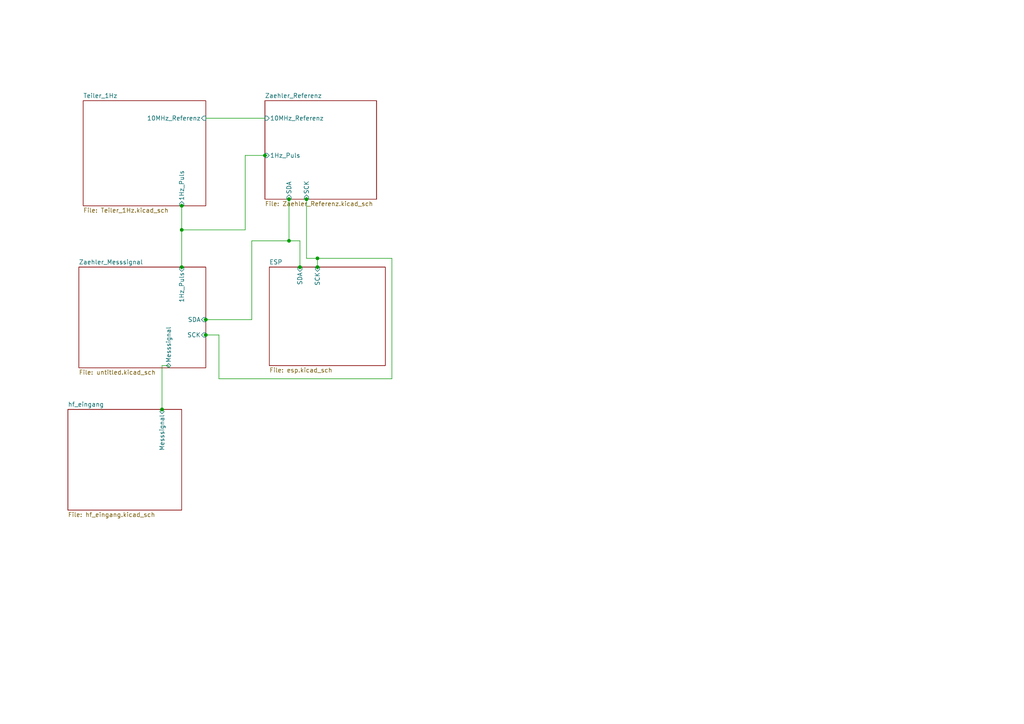
<source format=kicad_sch>
(kicad_sch (version 20211123) (generator eeschema)

  (uuid 7eeb6cb4-d8a4-473b-80ce-34c351532e6d)

  (paper "A4")

  (lib_symbols
  )

  (junction (at 92.075 74.93) (diameter 0) (color 0 0 0 0)
    (uuid 14fbae0b-0d85-4881-8bad-52f8b6122241)
  )
  (junction (at 59.69 97.155) (diameter 0) (color 0 0 0 0)
    (uuid 15befe56-00ce-4b3e-96ae-0b0a02787f5a)
  )
  (junction (at 88.9 57.785) (diameter 0) (color 0 0 0 0)
    (uuid 18177a33-957b-4a83-b35e-fa4f397127da)
  )
  (junction (at 86.995 77.47) (diameter 0) (color 0 0 0 0)
    (uuid 185492ce-8370-4d99-8c46-50dbc10e9ff8)
  )
  (junction (at 52.705 77.47) (diameter 0) (color 0 0 0 0)
    (uuid 189557bd-531b-4e1a-b52c-aa01c43b07a0)
  )
  (junction (at 76.835 45.085) (diameter 0) (color 0 0 0 0)
    (uuid 2646689e-783e-4349-94d7-a31c7db4cf62)
  )
  (junction (at 59.69 92.71) (diameter 0) (color 0 0 0 0)
    (uuid 349e5f2e-20dd-43df-b868-b8cc5e938e3e)
  )
  (junction (at 83.82 69.85) (diameter 0) (color 0 0 0 0)
    (uuid 46849b26-0834-4636-9c57-872c6c9a3863)
  )
  (junction (at 52.705 59.69) (diameter 0) (color 0 0 0 0)
    (uuid 51c2b464-6d39-4d10-94e0-a4741046bd16)
  )
  (junction (at 46.99 118.745) (diameter 0) (color 0 0 0 0)
    (uuid 977d7560-8409-4b39-9608-05ed1f4c1e1f)
  )
  (junction (at 92.075 77.47) (diameter 0) (color 0 0 0 0)
    (uuid b73fa1ad-17a8-4b3c-a3eb-8868843cd944)
  )
  (junction (at 52.705 66.675) (diameter 0) (color 0 0 0 0)
    (uuid deeb8f2c-aa2d-4490-8b11-0280b8dce740)
  )
  (junction (at 83.82 57.785) (diameter 0) (color 0 0 0 0)
    (uuid f1640049-b031-4de0-b248-cdd4bff2c140)
  )

  (wire (pts (xy 59.69 97.155) (xy 63.5 97.155))
    (stroke (width 0) (type default) (color 0 0 0 0))
    (uuid 04beca8a-ea9c-47f5-be0e-f46a0a6bf6ba)
  )
  (wire (pts (xy 46.99 118.745) (xy 46.99 106.045))
    (stroke (width 0) (type default) (color 0 0 0 0))
    (uuid 1460122e-45f1-4a67-b5c6-e817920e3e60)
  )
  (wire (pts (xy 113.665 109.855) (xy 63.5 109.855))
    (stroke (width 0) (type default) (color 0 0 0 0))
    (uuid 1496dd70-632b-422b-a2ef-99daf1ebfdd5)
  )
  (wire (pts (xy 71.12 66.675) (xy 71.12 45.085))
    (stroke (width 0) (type default) (color 0 0 0 0))
    (uuid 19ef211f-7b0b-4e74-b502-470adbdcb528)
  )
  (wire (pts (xy 86.995 69.85) (xy 86.995 77.47))
    (stroke (width 0) (type default) (color 0 0 0 0))
    (uuid 1ee3fe30-395e-49cc-b1f6-b4b5f86292f2)
  )
  (wire (pts (xy 52.705 59.055) (xy 52.705 59.69))
    (stroke (width 0) (type default) (color 0 0 0 0))
    (uuid 28e7bcc1-da90-45c4-ab06-c55d665461ce)
  )
  (wire (pts (xy 83.82 57.785) (xy 83.82 69.85))
    (stroke (width 0) (type default) (color 0 0 0 0))
    (uuid 33fac5f5-88fe-4030-a612-07f27c6fd520)
  )
  (wire (pts (xy 59.055 97.155) (xy 59.69 97.155))
    (stroke (width 0) (type default) (color 0 0 0 0))
    (uuid 3e0e2d20-ec48-4630-9a2c-d9ea4704c0bb)
  )
  (wire (pts (xy 88.9 57.785) (xy 88.9 74.93))
    (stroke (width 0) (type default) (color 0 0 0 0))
    (uuid 3e728649-2fb7-403d-8e66-250bbf837e6e)
  )
  (wire (pts (xy 86.995 77.47) (xy 86.995 78.105))
    (stroke (width 0) (type default) (color 0 0 0 0))
    (uuid 4298a6f5-b113-4f65-949d-24de3877851e)
  )
  (wire (pts (xy 59.055 92.71) (xy 59.69 92.71))
    (stroke (width 0) (type default) (color 0 0 0 0))
    (uuid 45598881-002d-4219-800a-ac35cec43a26)
  )
  (wire (pts (xy 52.705 59.69) (xy 52.705 66.675))
    (stroke (width 0) (type default) (color 0 0 0 0))
    (uuid 4a6d2835-c644-42e4-8eab-d03de2f1129e)
  )
  (wire (pts (xy 88.9 57.15) (xy 88.9 57.785))
    (stroke (width 0) (type default) (color 0 0 0 0))
    (uuid 4ffdc938-2f6e-4515-90fc-069d6a0c2192)
  )
  (wire (pts (xy 88.9 74.93) (xy 92.075 74.93))
    (stroke (width 0) (type default) (color 0 0 0 0))
    (uuid 55d0b787-4b6b-4bf9-b544-56fa74b34c0b)
  )
  (wire (pts (xy 46.99 106.045) (xy 48.895 106.045))
    (stroke (width 0) (type default) (color 0 0 0 0))
    (uuid 5d4181fd-1e62-4faf-b2bc-60fec13afd90)
  )
  (wire (pts (xy 52.705 66.675) (xy 71.12 66.675))
    (stroke (width 0) (type default) (color 0 0 0 0))
    (uuid 685c20f7-fa4f-4132-9b38-9eb0c63a22de)
  )
  (wire (pts (xy 76.835 45.085) (xy 77.47 45.085))
    (stroke (width 0) (type default) (color 0 0 0 0))
    (uuid 7567bea9-6beb-47d9-848e-263084970727)
  )
  (wire (pts (xy 92.075 74.93) (xy 92.075 77.47))
    (stroke (width 0) (type default) (color 0 0 0 0))
    (uuid 99a07aa6-bfc7-4787-86e4-c350a35baf62)
  )
  (wire (pts (xy 59.69 92.71) (xy 73.025 92.71))
    (stroke (width 0) (type default) (color 0 0 0 0))
    (uuid a4975034-f5ff-4ad4-8f27-45ad7c545d2f)
  )
  (wire (pts (xy 73.025 92.71) (xy 73.025 69.85))
    (stroke (width 0) (type default) (color 0 0 0 0))
    (uuid acd2e0a0-1b57-4fb5-9421-a0cd6c1135cd)
  )
  (wire (pts (xy 52.705 66.675) (xy 52.705 77.47))
    (stroke (width 0) (type default) (color 0 0 0 0))
    (uuid b8ff776d-a65e-430e-b992-11b813457e02)
  )
  (wire (pts (xy 71.12 45.085) (xy 76.835 45.085))
    (stroke (width 0) (type default) (color 0 0 0 0))
    (uuid c1e6d366-72f4-4c49-b70f-44d9e7ce54f3)
  )
  (wire (pts (xy 63.5 109.855) (xy 63.5 97.155))
    (stroke (width 0) (type default) (color 0 0 0 0))
    (uuid c202873a-72c3-4996-b9b0-c4632563f8aa)
  )
  (wire (pts (xy 46.99 119.38) (xy 46.99 118.745))
    (stroke (width 0) (type default) (color 0 0 0 0))
    (uuid c2ad502a-f1cb-441a-8f75-9d1fb783027a)
  )
  (wire (pts (xy 48.895 106.045) (xy 48.895 106.68))
    (stroke (width 0) (type default) (color 0 0 0 0))
    (uuid c39ba0e0-90d8-48ab-afda-07a59ed449fa)
  )
  (wire (pts (xy 59.69 34.29) (xy 76.835 34.29))
    (stroke (width 0) (type default) (color 0 0 0 0))
    (uuid c6741080-d1fe-490a-a608-66e0339417bd)
  )
  (wire (pts (xy 92.075 74.93) (xy 113.665 74.93))
    (stroke (width 0) (type default) (color 0 0 0 0))
    (uuid d6e947ce-6efc-47a6-9cde-a6d890c96471)
  )
  (wire (pts (xy 73.025 69.85) (xy 83.82 69.85))
    (stroke (width 0) (type default) (color 0 0 0 0))
    (uuid ebe33428-5190-4ede-8c90-d9e18fb9078c)
  )
  (wire (pts (xy 113.665 74.93) (xy 113.665 109.855))
    (stroke (width 0) (type default) (color 0 0 0 0))
    (uuid f0114637-72f6-4035-b6f8-f435b86ee27c)
  )
  (wire (pts (xy 83.82 57.15) (xy 83.82 57.785))
    (stroke (width 0) (type default) (color 0 0 0 0))
    (uuid f205d69e-0352-4685-a727-4d479fcd8d31)
  )
  (wire (pts (xy 52.705 77.47) (xy 52.705 78.105))
    (stroke (width 0) (type default) (color 0 0 0 0))
    (uuid f87f656b-1327-41cc-b9bb-691dff5a7ef7)
  )
  (wire (pts (xy 92.075 77.47) (xy 92.075 78.105))
    (stroke (width 0) (type default) (color 0 0 0 0))
    (uuid f9113a1d-178c-47df-9f59-d83d11c68c0e)
  )
  (wire (pts (xy 83.82 69.85) (xy 86.995 69.85))
    (stroke (width 0) (type default) (color 0 0 0 0))
    (uuid fa30ac4d-a8c9-48ee-aa76-9eba0f7583de)
  )

  (sheet (at 22.86 77.47) (size 36.83 29.21) (fields_autoplaced)
    (stroke (width 0.1524) (type solid) (color 0 0 0 0))
    (fill (color 0 0 0 0.0000))
    (uuid 4df71d45-4f53-46f9-ad32-3590d8a13ffe)
    (property "Sheet name" "Zaehler_Messsignal" (id 0) (at 22.86 76.7584 0)
      (effects (font (size 1.27 1.27)) (justify left bottom))
    )
    (property "Sheet file" "untitled.kicad_sch" (id 1) (at 22.86 107.2646 0)
      (effects (font (size 1.27 1.27)) (justify left top))
    )
    (pin "1Hz_Puls" input (at 52.705 77.47 90)
      (effects (font (size 1.27 1.27)) (justify right))
      (uuid 94546a9e-f6a5-4532-aaf1-49240afac1eb)
    )
    (pin "SDA" input (at 59.69 92.71 0)
      (effects (font (size 1.27 1.27)) (justify right))
      (uuid f9b7d606-a42d-48fd-8a69-3241e99dc9eb)
    )
    (pin "SCK" input (at 59.69 97.155 0)
      (effects (font (size 1.27 1.27)) (justify right))
      (uuid 7f36c2dd-94e3-4c2f-9df3-e1e3df9f14b6)
    )
    (pin "Messsignal" bidirectional (at 48.895 106.68 270)
      (effects (font (size 1.27 1.27)) (justify left))
      (uuid 00d45c0c-10e0-471d-b540-28914979c3e7)
    )
  )

  (sheet (at 24.13 29.21) (size 35.56 30.48) (fields_autoplaced)
    (stroke (width 0.1524) (type solid) (color 0 0 0 0))
    (fill (color 0 0 0 0.0000))
    (uuid 8bee86a7-f6c0-4f32-8b7d-949f2e8d5323)
    (property "Sheet name" "Teiler_1Hz" (id 0) (at 24.13 28.4984 0)
      (effects (font (size 1.27 1.27)) (justify left bottom))
    )
    (property "Sheet file" "Teiler_1Hz.kicad_sch" (id 1) (at 24.13 60.2746 0)
      (effects (font (size 1.27 1.27)) (justify left top))
    )
    (pin "10MHz_Referenz" input (at 59.69 34.29 0)
      (effects (font (size 1.27 1.27)) (justify right))
      (uuid 48fc3c77-c469-4683-85d2-60ae4a07b7f9)
    )
    (pin "1Hz_Puls" input (at 52.705 59.69 270)
      (effects (font (size 1.27 1.27)) (justify left))
      (uuid 8a79f252-77f8-430d-be67-d1bc1dd34825)
    )
  )

  (sheet (at 78.105 77.47) (size 33.655 28.575) (fields_autoplaced)
    (stroke (width 0.1524) (type solid) (color 0 0 0 0))
    (fill (color 0 0 0 0.0000))
    (uuid b387a842-533f-478c-947e-5ca4fec77492)
    (property "Sheet name" "ESP" (id 0) (at 78.105 76.7584 0)
      (effects (font (size 1.27 1.27)) (justify left bottom))
    )
    (property "Sheet file" "esp.kicad_sch" (id 1) (at 78.105 106.6296 0)
      (effects (font (size 1.27 1.27)) (justify left top))
    )
    (pin "SDA" input (at 86.995 77.47 90)
      (effects (font (size 1.27 1.27)) (justify right))
      (uuid 449b3963-55a0-452b-b9bc-139683755ae4)
    )
    (pin "SCK" input (at 92.075 77.47 90)
      (effects (font (size 1.27 1.27)) (justify right))
      (uuid 758384b1-0e20-4795-ae36-5121a150096c)
    )
  )

  (sheet (at 76.835 29.21) (size 32.385 28.575) (fields_autoplaced)
    (stroke (width 0.1524) (type solid) (color 0 0 0 0))
    (fill (color 0 0 0 0.0000))
    (uuid be5a678f-e9a4-4779-bdfd-b742c3811dc9)
    (property "Sheet name" "Zaehler_Referenz" (id 0) (at 76.835 28.4984 0)
      (effects (font (size 1.27 1.27)) (justify left bottom))
    )
    (property "Sheet file" "Zaehler_Referenz.kicad_sch" (id 1) (at 76.835 58.3696 0)
      (effects (font (size 1.27 1.27)) (justify left top))
    )
    (pin "10MHz_Referenz" input (at 76.835 34.29 180)
      (effects (font (size 1.27 1.27)) (justify left))
      (uuid 312dcd83-8ebd-426f-9381-6f7095c9dea4)
    )
    (pin "1Hz_Puls" input (at 76.835 45.085 180)
      (effects (font (size 1.27 1.27)) (justify left))
      (uuid fcbfafa5-9048-49d2-9114-a0894a98e37f)
    )
    (pin "SDA" input (at 83.82 57.785 270)
      (effects (font (size 1.27 1.27)) (justify left))
      (uuid ad10f8d4-0b99-4e13-b516-ad42124371c4)
    )
    (pin "SCK" input (at 88.9 57.785 270)
      (effects (font (size 1.27 1.27)) (justify left))
      (uuid 0e8e8a59-d22c-4b65-a81b-0ddf06c6ed3b)
    )
  )

  (sheet (at 19.685 118.745) (size 33.02 29.21) (fields_autoplaced)
    (stroke (width 0.1524) (type solid) (color 0 0 0 0))
    (fill (color 0 0 0 0.0000))
    (uuid c4f78752-4156-4e01-ae71-59ae55c28c6f)
    (property "Sheet name" "hf_eingang" (id 0) (at 19.685 118.0334 0)
      (effects (font (size 1.27 1.27)) (justify left bottom))
    )
    (property "Sheet file" "hf_eingang.kicad_sch" (id 1) (at 19.685 148.5396 0)
      (effects (font (size 1.27 1.27)) (justify left top))
    )
    (pin "Messsignal" bidirectional (at 46.99 118.745 90)
      (effects (font (size 1.27 1.27)) (justify right))
      (uuid 72898bd8-9cef-41f9-8732-de96d00f0e25)
    )
  )

  (sheet_instances
    (path "/" (page "1"))
    (path "/8bee86a7-f6c0-4f32-8b7d-949f2e8d5323" (page "2"))
    (path "/4df71d45-4f53-46f9-ad32-3590d8a13ffe" (page "3"))
    (path "/be5a678f-e9a4-4779-bdfd-b742c3811dc9" (page "4"))
    (path "/b387a842-533f-478c-947e-5ca4fec77492" (page "5"))
    (path "/c4f78752-4156-4e01-ae71-59ae55c28c6f" (page "6"))
  )

  (symbol_instances
    (path "/8bee86a7-f6c0-4f32-8b7d-949f2e8d5323/4ad267b7-9d9d-4ed2-919f-793eec8fa946"
      (reference "#PWR01") (unit 1) (value "+5V") (footprint "")
    )
    (path "/8bee86a7-f6c0-4f32-8b7d-949f2e8d5323/64283275-66e9-4786-9951-94c9b925af0a"
      (reference "#PWR02") (unit 1) (value "GND") (footprint "")
    )
    (path "/8bee86a7-f6c0-4f32-8b7d-949f2e8d5323/bc5b8345-2ac6-47fc-bdc6-25f13dd37340"
      (reference "#PWR03") (unit 1) (value "GND") (footprint "")
    )
    (path "/8bee86a7-f6c0-4f32-8b7d-949f2e8d5323/3e7a2b30-d2e2-40a8-9cbc-f976e7d75e45"
      (reference "#PWR04") (unit 1) (value "GND") (footprint "")
    )
    (path "/8bee86a7-f6c0-4f32-8b7d-949f2e8d5323/873507fe-b697-4902-a1ec-a6af02376cbe"
      (reference "#PWR05") (unit 1) (value "GND") (footprint "")
    )
    (path "/8bee86a7-f6c0-4f32-8b7d-949f2e8d5323/d40925df-f712-47a7-b940-9f9af11901f5"
      (reference "#PWR06") (unit 1) (value "GND") (footprint "")
    )
    (path "/8bee86a7-f6c0-4f32-8b7d-949f2e8d5323/e2102871-49c6-48bb-9901-ef20a21379e6"
      (reference "#PWR07") (unit 1) (value "GND") (footprint "")
    )
    (path "/8bee86a7-f6c0-4f32-8b7d-949f2e8d5323/2fea4184-1287-412a-925a-a2ec0d69aca4"
      (reference "#PWR08") (unit 1) (value "+5V") (footprint "")
    )
    (path "/8bee86a7-f6c0-4f32-8b7d-949f2e8d5323/a35c0d88-bf94-4e04-b63d-210f9b5f07b3"
      (reference "#PWR09") (unit 1) (value "GND") (footprint "")
    )
    (path "/8bee86a7-f6c0-4f32-8b7d-949f2e8d5323/0bf01597-9984-4bb7-9886-a7b2045bcb2f"
      (reference "#PWR010") (unit 1) (value "GND") (footprint "")
    )
    (path "/8bee86a7-f6c0-4f32-8b7d-949f2e8d5323/01062577-9cad-409b-ac5e-2a2241728ae9"
      (reference "#PWR011") (unit 1) (value "GND") (footprint "")
    )
    (path "/8bee86a7-f6c0-4f32-8b7d-949f2e8d5323/9f95aba0-ae8b-4222-b055-99a6c73fc23f"
      (reference "#PWR012") (unit 1) (value "GND") (footprint "")
    )
    (path "/8bee86a7-f6c0-4f32-8b7d-949f2e8d5323/33eaeaee-4fdd-4f70-9bdf-c17b7b88b2bd"
      (reference "#PWR013") (unit 1) (value "+5V") (footprint "")
    )
    (path "/8bee86a7-f6c0-4f32-8b7d-949f2e8d5323/f3c14957-3d72-48ae-8e94-de01a7421247"
      (reference "#PWR014") (unit 1) (value "GND") (footprint "")
    )
    (path "/8bee86a7-f6c0-4f32-8b7d-949f2e8d5323/ad906eb0-93aa-402e-8506-3afa3db41ef6"
      (reference "#PWR015") (unit 1) (value "GND") (footprint "")
    )
    (path "/8bee86a7-f6c0-4f32-8b7d-949f2e8d5323/279cda55-97fc-47c9-96b0-2a314c3df714"
      (reference "#PWR016") (unit 1) (value "GND") (footprint "")
    )
    (path "/8bee86a7-f6c0-4f32-8b7d-949f2e8d5323/69e8084f-27ab-4e1b-b28e-574e8d2c5ff1"
      (reference "#PWR017") (unit 1) (value "GND") (footprint "")
    )
    (path "/4df71d45-4f53-46f9-ad32-3590d8a13ffe/9162e10e-a493-4450-81b8-43ef2790ddb9"
      (reference "#PWR018") (unit 1) (value "+5V") (footprint "")
    )
    (path "/4df71d45-4f53-46f9-ad32-3590d8a13ffe/360d409a-5d4b-4f2a-9921-f255b2fa140e"
      (reference "#PWR019") (unit 1) (value "GND") (footprint "")
    )
    (path "/4df71d45-4f53-46f9-ad32-3590d8a13ffe/050fdb6d-8bdb-47d0-b293-2264432f1179"
      (reference "#PWR020") (unit 1) (value "+5V") (footprint "")
    )
    (path "/4df71d45-4f53-46f9-ad32-3590d8a13ffe/5faedb71-8021-4382-9264-e27bd70dae86"
      (reference "#PWR021") (unit 1) (value "GND") (footprint "")
    )
    (path "/4df71d45-4f53-46f9-ad32-3590d8a13ffe/11e0c321-4b47-492a-9919-24d865891265"
      (reference "#PWR022") (unit 1) (value "+5V") (footprint "")
    )
    (path "/4df71d45-4f53-46f9-ad32-3590d8a13ffe/29a11128-b632-4365-8bc0-1445135e7a8e"
      (reference "#PWR023") (unit 1) (value "GND") (footprint "")
    )
    (path "/4df71d45-4f53-46f9-ad32-3590d8a13ffe/88d21540-4eca-42e1-ae01-6c57bf467a37"
      (reference "#PWR024") (unit 1) (value "+5V") (footprint "")
    )
    (path "/4df71d45-4f53-46f9-ad32-3590d8a13ffe/988d29a3-f709-4aef-9df1-ba93c4f3f458"
      (reference "#PWR025") (unit 1) (value "GND") (footprint "")
    )
    (path "/4df71d45-4f53-46f9-ad32-3590d8a13ffe/9733f3db-71ea-427f-9d94-ab8080ffb365"
      (reference "#PWR026") (unit 1) (value "+5V") (footprint "")
    )
    (path "/4df71d45-4f53-46f9-ad32-3590d8a13ffe/c9396030-8f19-47c7-a4d8-a3ff93a2a054"
      (reference "#PWR027") (unit 1) (value "GND") (footprint "")
    )
    (path "/8bee86a7-f6c0-4f32-8b7d-949f2e8d5323/ed84e314-89db-4373-bc01-9c0d35d67676"
      (reference "#PWR028") (unit 1) (value "GND") (footprint "")
    )
    (path "/b387a842-533f-478c-947e-5ca4fec77492/e342d460-3228-4029-ad13-07914851dc90"
      (reference "#PWR029") (unit 1) (value "GND") (footprint "")
    )
    (path "/be5a678f-e9a4-4779-bdfd-b742c3811dc9/afd2794c-bc03-4aa8-a0fd-cc9ae67c7503"
      (reference "#PWR030") (unit 1) (value "+5V") (footprint "")
    )
    (path "/be5a678f-e9a4-4779-bdfd-b742c3811dc9/0206cb4a-0efb-4b57-bff9-23bffe3fb78e"
      (reference "#PWR031") (unit 1) (value "GND") (footprint "")
    )
    (path "/be5a678f-e9a4-4779-bdfd-b742c3811dc9/76d1d9c6-22c3-4be3-8e0f-b6b4e277d068"
      (reference "#PWR032") (unit 1) (value "+5V") (footprint "")
    )
    (path "/be5a678f-e9a4-4779-bdfd-b742c3811dc9/016c0f4f-c665-4671-b7b6-bb09999f7001"
      (reference "#PWR033") (unit 1) (value "GND") (footprint "")
    )
    (path "/be5a678f-e9a4-4779-bdfd-b742c3811dc9/42ca8fd8-ec88-4893-bffd-b6dba1e45a30"
      (reference "#PWR034") (unit 1) (value "+5V") (footprint "")
    )
    (path "/be5a678f-e9a4-4779-bdfd-b742c3811dc9/8767ae0a-5792-4295-9ce4-cbe0aa8a1733"
      (reference "#PWR035") (unit 1) (value "GND") (footprint "")
    )
    (path "/be5a678f-e9a4-4779-bdfd-b742c3811dc9/9655fc89-45fb-428d-b831-c7ed697c3018"
      (reference "#PWR036") (unit 1) (value "+5V") (footprint "")
    )
    (path "/be5a678f-e9a4-4779-bdfd-b742c3811dc9/65d0a4aa-87f9-4dde-9ceb-17d89bf69e73"
      (reference "#PWR037") (unit 1) (value "GND") (footprint "")
    )
    (path "/b387a842-533f-478c-947e-5ca4fec77492/8ff1daaa-a72c-428c-94e9-2bcd9afd6400"
      (reference "#PWR038") (unit 1) (value "+5V") (footprint "")
    )
    (path "/b387a842-533f-478c-947e-5ca4fec77492/1eb7c286-f1de-4f43-ac23-d0e8a64f1928"
      (reference "#PWR039") (unit 1) (value "GND") (footprint "")
    )
    (path "/b387a842-533f-478c-947e-5ca4fec77492/7b6818d6-f4d0-4c21-90b4-4516b38d686c"
      (reference "#PWR040") (unit 1) (value "GND") (footprint "")
    )
    (path "/be5a678f-e9a4-4779-bdfd-b742c3811dc9/0b1febc7-1c7d-4cef-9b0a-6053eeec9249"
      (reference "#PWR041") (unit 1) (value "+5V") (footprint "")
    )
    (path "/be5a678f-e9a4-4779-bdfd-b742c3811dc9/6437f5c9-092c-4d17-b332-5069a8e41d7d"
      (reference "#PWR042") (unit 1) (value "GND") (footprint "")
    )
    (path "/c4f78752-4156-4e01-ae71-59ae55c28c6f/222f0c00-f548-4507-8301-c1980ce65cc3"
      (reference "#PWR0101") (unit 1) (value "+5V") (footprint "")
    )
    (path "/c4f78752-4156-4e01-ae71-59ae55c28c6f/12b55f4a-4c42-4cfb-abdf-2dcf96e3d170"
      (reference "#PWR0102") (unit 1) (value "+5V") (footprint "")
    )
    (path "/c4f78752-4156-4e01-ae71-59ae55c28c6f/5b1f8eff-dfa8-446d-9bbb-17f5e498d1f6"
      (reference "#PWR0103") (unit 1) (value "GND") (footprint "")
    )
    (path "/c4f78752-4156-4e01-ae71-59ae55c28c6f/672b743d-227b-4695-a89b-f5ed38050040"
      (reference "#PWR0104") (unit 1) (value "GND") (footprint "")
    )
    (path "/c4f78752-4156-4e01-ae71-59ae55c28c6f/b3bffc68-aa1d-4796-9290-9d23fc4b34b6"
      (reference "#PWR0105") (unit 1) (value "+5V") (footprint "")
    )
    (path "/c4f78752-4156-4e01-ae71-59ae55c28c6f/32488e15-379a-4b4d-a67e-2780eb50c3ce"
      (reference "#PWR0106") (unit 1) (value "+5V") (footprint "")
    )
    (path "/c4f78752-4156-4e01-ae71-59ae55c28c6f/8a85e24e-e8b9-4c03-810e-b49e55432d5d"
      (reference "#PWR0107") (unit 1) (value "GND") (footprint "")
    )
    (path "/c4f78752-4156-4e01-ae71-59ae55c28c6f/8a6a5e68-c892-448c-ab31-17f54b283725"
      (reference "#PWR0108") (unit 1) (value "GND") (footprint "")
    )
    (path "/c4f78752-4156-4e01-ae71-59ae55c28c6f/e4f8cddc-4b7c-4cba-b1e4-4c9264ea7917"
      (reference "#PWR0109") (unit 1) (value "GND") (footprint "")
    )
    (path "/c4f78752-4156-4e01-ae71-59ae55c28c6f/cb987ec2-b21f-4063-aeee-f5edb6208820"
      (reference "#PWR0110") (unit 1) (value "+5V") (footprint "")
    )
    (path "/c4f78752-4156-4e01-ae71-59ae55c28c6f/a70eff62-ffad-4103-b0a0-2a14d836791f"
      (reference "#PWR0111") (unit 1) (value "GND") (footprint "")
    )
    (path "/c4f78752-4156-4e01-ae71-59ae55c28c6f/1d53a6e3-10e1-4d20-bee3-9c2204d429cc"
      (reference "C1") (unit 1) (value "100nF") (footprint "Capacitor_SMD:C_0603_1608Metric")
    )
    (path "/c4f78752-4156-4e01-ae71-59ae55c28c6f/144d3289-786d-48cc-a974-b23bf148ffb4"
      (reference "C2") (unit 1) (value "100nF") (footprint "Capacitor_SMD:C_0603_1608Metric")
    )
    (path "/c4f78752-4156-4e01-ae71-59ae55c28c6f/e16a69da-189b-4186-aef7-c5eaf7f319f3"
      (reference "C3") (unit 1) (value "100nF") (footprint "Capacitor_SMD:C_0603_1608Metric")
    )
    (path "/4df71d45-4f53-46f9-ad32-3590d8a13ffe/92e2a63d-8464-4309-91eb-0ad4aa1f654d"
      (reference "D1") (unit 1) (value "1N4448") (footprint "Diode_SMD:D_SOD-323")
    )
    (path "/4df71d45-4f53-46f9-ad32-3590d8a13ffe/de1908f5-01bf-4a02-82b2-ab8b3a7ae00e"
      (reference "D2") (unit 1) (value "1N4448") (footprint "Diode_SMD:D_SOD-323")
    )
    (path "/be5a678f-e9a4-4779-bdfd-b742c3811dc9/ac9bfcc4-4af8-418d-b108-d0fe6f1e8c54"
      (reference "D3") (unit 1) (value "1N4448") (footprint "Diode_SMD:D_SOD-323")
    )
    (path "/be5a678f-e9a4-4779-bdfd-b742c3811dc9/b34de1e2-0130-43f0-a6bf-cf5380ea5508"
      (reference "D4") (unit 1) (value "1N4448") (footprint "Diode_SMD:D_SOD-323")
    )
    (path "/c4f78752-4156-4e01-ae71-59ae55c28c6f/98ce67da-ee81-4d08-a7a8-b4106f98b960"
      (reference "D5") (unit 1) (value "BAT54S") (footprint "Package_TO_SOT_SMD:SOT-23")
    )
    (path "/c4f78752-4156-4e01-ae71-59ae55c28c6f/4c1361db-cbe3-4ccc-ab19-c1ede0209ca0"
      (reference "D7") (unit 1) (value "BAT54S") (footprint "Package_TO_SOT_SMD:SOT-23")
    )
    (path "/b387a842-533f-478c-947e-5ca4fec77492/1b403d5a-d800-4b38-8221-05fe0025cfb0"
      (reference "F1") (unit 1) (value "500mA") (footprint "Fuse:Fuseholder_TR5_Littelfuse_No560_No460")
    )
    (path "/8bee86a7-f6c0-4f32-8b7d-949f2e8d5323/62de5653-0d2a-409b-bd6e-976dafa0941e"
      (reference "J1") (unit 1) (value "Conn_01x03_Male") (footprint "Connector_JST:JST_PH_B4B-PH-K_1x04_P2.00mm_Vertical")
    )
    (path "/4df71d45-4f53-46f9-ad32-3590d8a13ffe/a95b65af-8044-431b-91cb-5ed5bfbd75bd"
      (reference "J2") (unit 1) (value "Conn_01x03_Male") (footprint "Connector_JST:JST_PH_B3B-PH-K_1x03_P2.00mm_Vertical")
    )
    (path "/b387a842-533f-478c-947e-5ca4fec77492/628db300-ceb8-4911-8b42-3036b58a9f70"
      (reference "J3") (unit 1) (value "Conn_01x04_Male") (footprint "Connector_JST:JST_PH_B4B-PH-K_1x04_P2.00mm_Vertical")
    )
    (path "/c4f78752-4156-4e01-ae71-59ae55c28c6f/baa81ec1-4593-4816-b679-cee9f3ba9b1f"
      (reference "J4") (unit 1) (value "Conn_Coaxial") (footprint "Connector_Coaxial:SMA_Amphenol_901-144_Vertical")
    )
    (path "/8bee86a7-f6c0-4f32-8b7d-949f2e8d5323/35c37798-167b-41e1-913a-f79c17aae70e"
      (reference "J5") (unit 1) (value "Conn_Coaxial") (footprint "Connector_Coaxial:SMA_Amphenol_901-144_Vertical")
    )
    (path "/b387a842-533f-478c-947e-5ca4fec77492/b2e1e7c1-20cc-4aad-bade-bf671a1626eb"
      (reference "J6") (unit 1) (value "Conn_01x04_Male") (footprint "Connector_JST:JST_PH_B4B-PH-K_1x04_P2.00mm_Vertical")
    )
    (path "/be5a678f-e9a4-4779-bdfd-b742c3811dc9/6c04f79f-f180-49b5-b208-4220e3ca8581"
      (reference "JP1") (unit 1) (value "Jumper_2_Open") (footprint "Connector_PinHeader_2.54mm:PinHeader_1x02_P2.54mm_Vertical")
    )
    (path "/c4f78752-4156-4e01-ae71-59ae55c28c6f/d41cec07-ffc8-4036-85aa-41fb20cff9f9"
      (reference "Q1") (unit 1) (value "MMBT3904") (footprint "Package_TO_SOT_SMD:SOT-23")
    )
    (path "/8bee86a7-f6c0-4f32-8b7d-949f2e8d5323/3324b588-430e-41d8-9d7f-7221aed2a300"
      (reference "QA1") (unit 1) (value "Quarz_Abra") (footprint "Library:Quarz-Abra")
    )
    (path "/4df71d45-4f53-46f9-ad32-3590d8a13ffe/73068d95-0d30-4341-8ee6-5e34372c8078"
      (reference "R1") (unit 1) (value "10k") (footprint "Resistor_SMD:R_0603_1608Metric")
    )
    (path "/4df71d45-4f53-46f9-ad32-3590d8a13ffe/8bf373cc-6deb-405c-baf6-a3b8b090b208"
      (reference "R2") (unit 1) (value "10k") (footprint "Resistor_SMD:R_0603_1608Metric")
    )
    (path "/be5a678f-e9a4-4779-bdfd-b742c3811dc9/9d58e63e-dbb0-4b9f-877d-3a49c05ec7d1"
      (reference "R3") (unit 1) (value "10k") (footprint "Resistor_SMD:R_0603_1608Metric")
    )
    (path "/be5a678f-e9a4-4779-bdfd-b742c3811dc9/1027c2ff-03cc-4759-ab3c-999f1543d48b"
      (reference "R4") (unit 1) (value "10k") (footprint "Resistor_SMD:R_0603_1608Metric")
    )
    (path "/be5a678f-e9a4-4779-bdfd-b742c3811dc9/3a7be18c-266b-42cf-93cc-608fae66223b"
      (reference "R5") (unit 1) (value "10k") (footprint "Resistor_SMD:R_0603_1608Metric")
    )
    (path "/c4f78752-4156-4e01-ae71-59ae55c28c6f/5156feb5-fedb-4389-b00f-311955c4e987"
      (reference "R6") (unit 1) (value "47R") (footprint "Resistor_SMD:R_0603_1608Metric")
    )
    (path "/c4f78752-4156-4e01-ae71-59ae55c28c6f/1136dafc-37b4-4abd-ab0f-607dbb975071"
      (reference "R7") (unit 1) (value "10k") (footprint "Resistor_SMD:R_0603_1608Metric")
    )
    (path "/c4f78752-4156-4e01-ae71-59ae55c28c6f/5fae3683-74e9-4a8a-afe1-74d17713c14d"
      (reference "R8") (unit 1) (value "1k") (footprint "Resistor_SMD:R_0603_1608Metric")
    )
    (path "/c4f78752-4156-4e01-ae71-59ae55c28c6f/1ace36c4-5188-4b39-80d8-8a1988b5e39a"
      (reference "R9") (unit 1) (value "10k") (footprint "Resistor_SMD:R_0603_1608Metric")
    )
    (path "/c4f78752-4156-4e01-ae71-59ae55c28c6f/eb6bf005-db6a-4a08-bcd7-3ccdc5c1397a"
      (reference "R10") (unit 1) (value "10k") (footprint "Resistor_SMD:R_0603_1608Metric")
    )
    (path "/be5a678f-e9a4-4779-bdfd-b742c3811dc9/41af8287-2bf8-46cf-9c60-281cd6a97388"
      (reference "R11") (unit 1) (value "10k") (footprint "Resistor_SMD:R_0603_1608Metric")
    )
    (path "/c4f78752-4156-4e01-ae71-59ae55c28c6f/ab328737-07ce-47e2-b02d-4844c8f33c78"
      (reference "SW1") (unit 1) (value "SW_DIP_x02") (footprint "Package_DIP:DIP-4_W8.89mm_SMDSocket_LongPads")
    )
    (path "/8bee86a7-f6c0-4f32-8b7d-949f2e8d5323/7f8ab9b4-6de7-4613-8ba2-71fd04484073"
      (reference "U1") (unit 1) (value "74LS390") (footprint "Package_SO:SSOP-16_4.4x5.2mm_P0.65mm")
    )
    (path "/8bee86a7-f6c0-4f32-8b7d-949f2e8d5323/f9107def-e30b-4875-81ea-51acf26f2aa3"
      (reference "U1") (unit 2) (value "74LS390") (footprint "Package_SO:SSOP-16_4.4x5.2mm_P0.65mm")
    )
    (path "/8bee86a7-f6c0-4f32-8b7d-949f2e8d5323/cbf2e5e8-f011-4edb-845a-bd0df246040a"
      (reference "U1") (unit 3) (value "74LS390") (footprint "Package_SO:SSOP-16_4.4x5.2mm_P0.65mm")
    )
    (path "/8bee86a7-f6c0-4f32-8b7d-949f2e8d5323/d412aa71-dd98-47dd-a37d-81f6c37dbc47"
      (reference "U2") (unit 1) (value "74LS390") (footprint "Package_SO:SSOP-16_4.4x5.2mm_P0.65mm")
    )
    (path "/8bee86a7-f6c0-4f32-8b7d-949f2e8d5323/43703c2f-da30-45f7-acb8-741df626137d"
      (reference "U2") (unit 2) (value "74LS390") (footprint "Package_SO:SSOP-16_4.4x5.2mm_P0.65mm")
    )
    (path "/8bee86a7-f6c0-4f32-8b7d-949f2e8d5323/908cbf40-9bcd-456d-aa47-d8c95539b71a"
      (reference "U2") (unit 3) (value "74LS390") (footprint "Package_SO:SSOP-16_4.4x5.2mm_P0.65mm")
    )
    (path "/8bee86a7-f6c0-4f32-8b7d-949f2e8d5323/214ae3e4-1115-49ac-854d-273ae27abbb2"
      (reference "U3") (unit 1) (value "74LS390") (footprint "Package_SO:SSOP-16_4.4x5.2mm_P0.65mm")
    )
    (path "/8bee86a7-f6c0-4f32-8b7d-949f2e8d5323/dd88f55e-595e-4ae7-a03e-49b28f43e818"
      (reference "U3") (unit 2) (value "74LS390") (footprint "Package_SO:SSOP-16_4.4x5.2mm_P0.65mm")
    )
    (path "/8bee86a7-f6c0-4f32-8b7d-949f2e8d5323/1698bcc8-8ba9-43f9-b5f6-4f8b7aa3b83e"
      (reference "U3") (unit 3) (value "74LS390") (footprint "Package_SO:SSOP-16_4.4x5.2mm_P0.65mm")
    )
    (path "/8bee86a7-f6c0-4f32-8b7d-949f2e8d5323/eb58e248-5945-4539-82a9-6368d326c656"
      (reference "U4") (unit 1) (value "74LS390") (footprint "Package_SO:SSOP-16_4.4x5.2mm_P0.65mm")
    )
    (path "/8bee86a7-f6c0-4f32-8b7d-949f2e8d5323/ce15eb3d-332f-4377-ba30-06a4ec654dcc"
      (reference "U4") (unit 2) (value "74LS390") (footprint "Package_SO:SSOP-16_4.4x5.2mm_P0.65mm")
    )
    (path "/8bee86a7-f6c0-4f32-8b7d-949f2e8d5323/be540e36-7ff1-44be-8c3e-0adcf1724fa2"
      (reference "U4") (unit 3) (value "74LS390") (footprint "Package_SO:SSOP-16_4.4x5.2mm_P0.65mm")
    )
    (path "/4df71d45-4f53-46f9-ad32-3590d8a13ffe/fc3e946c-5f79-4253-842c-91ebb0033021"
      (reference "U5") (unit 1) (value "74AHC1G04") (footprint "Package_TO_SOT_SMD:SOT-23-5")
    )
    (path "/4df71d45-4f53-46f9-ad32-3590d8a13ffe/8988c125-f940-4fd7-85bb-ae90b12cfcac"
      (reference "U6") (unit 1) (value "74LV8154") (footprint "Package_SO:TSSOP-20_4.4x6.5mm_P0.65mm")
    )
    (path "/4df71d45-4f53-46f9-ad32-3590d8a13ffe/7108b0b1-5314-4f24-99aa-8289380a76f7"
      (reference "U7") (unit 1) (value "MCP23017_SS") (footprint "Package_SO:SSOP-28_5.3x10.2mm_P0.65mm")
    )
    (path "/be5a678f-e9a4-4779-bdfd-b742c3811dc9/a555f36c-2501-4ae8-94cc-b9db29c75eea"
      (reference "U8") (unit 1) (value "74AHC1G04") (footprint "Package_TO_SOT_SMD:SOT-23-5")
    )
    (path "/be5a678f-e9a4-4779-bdfd-b742c3811dc9/58ac1642-6e93-4442-9701-612b62106300"
      (reference "U9") (unit 1) (value "74LV8154") (footprint "Package_SO:TSSOP-20_4.4x6.5mm_P0.65mm")
    )
    (path "/be5a678f-e9a4-4779-bdfd-b742c3811dc9/d26af261-a89e-4bd9-b827-3318649aee6d"
      (reference "U10") (unit 1) (value "MCP23017_SS") (footprint "Package_SO:SSOP-28_5.3x10.2mm_P0.65mm")
    )
    (path "/b387a842-533f-478c-947e-5ca4fec77492/6e0457c7-f6a4-4ab2-aeae-c5733c917221"
      (reference "U11") (unit 1) (value "WeMos_D1_mini") (footprint "Module:WEMOS_D1_mini_light")
    )
    (path "/c4f78752-4156-4e01-ae71-59ae55c28c6f/2be4b262-d6f0-4001-9148-045ef488d408"
      (reference "U12") (unit 1) (value "74AHC1G04") (footprint "Package_TO_SOT_SMD:SOT-23-5")
    )
  )
)

</source>
